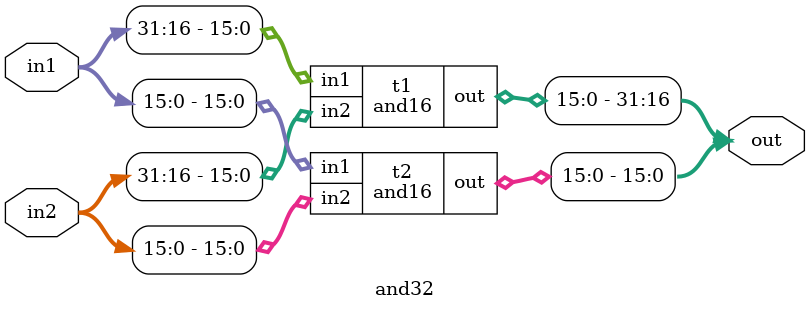
<source format=v>

module and4(out,in1,in2);
	input [3:0] in1, in2;
	output [3:0] out;

	and t1(out[3], in1[3], in2[3]),
		t2(out[2], in1[2], in2[2]),
		t3(out[1], in1[1], in2[1]),
		t4(out[0], in1[0], in2[0]);
endmodule

module and8(out,in1,in2);
	input [7:0] in1, in2;
	output [7:0] out;

	and4 t1(out[7:4], in1[7:4], in2[7:4]),
		 t2(out[3:0], in1[3:0], in2[3:0]);
endmodule

module and16(out,in1,in2);
	input [15:0] in1, in2;
	output [15:0] out;

	and8 t1(out[15:8], in1[15:8], in2[15:8]),
		t2(out[7:0], in1[7:0], in2[7:0]);
endmodule


module and32(out,in1,in2);
	input [31:0] in1, in2;
	output [31:0] out;

	and16 t1(out[31:16], in1[31:16], in2[31:16]),
			t2(out[15:0], in1[15:0], in2[15:0]);
endmodule
</source>
